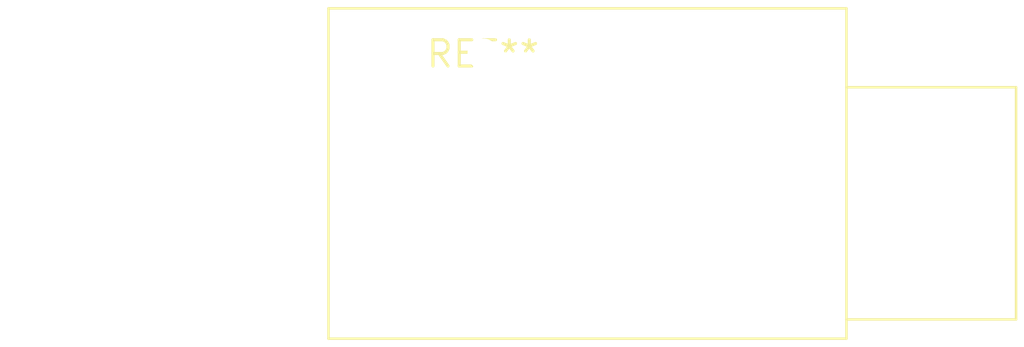
<source format=kicad_pcb>
(kicad_pcb (version 20240108) (generator pcbnew)
  (layers (0 "F.Cu" signal) (31 "B.Cu" signal) (34 "B.Paste" user) (35 "F.Paste" user) (36 "B.SilkS" user "B.Silkscreen") (37 "F.SilkS" user "F.Silkscreen") (38 "B.Mask" user) (39 "F.Mask" user) (44 "Edge.Cuts" user))
  (net 0 "")
  (footprint "Jack_6.35mm_Neutrik_NRJ6HM-1-AU_Horizontal" (layer "F.Cu") (at 0 0)
    (property "Reference" "REF**")
    (property "Value" "Jack_6.35mm_Neutrik_NRJ6HM-1-AU_Horizontal")
    (fp_line (start -7.47 -2.21) (end 17.57 -2.21) (layer "F.SilkS") (stroke (width 0.12)))
    (fp_line (start -7.47 13.78) (end -7.47 -2.21) (layer "F.SilkS") (stroke (width 0.12)))
    (fp_line (start -7.47 13.78) (end 17.57 13.78) (layer "F.SilkS") (stroke (width 0.12)))
    (fp_line (start 17.57 -2.21) (end 17.57 13.78) (layer "F.SilkS") (stroke (width 0.12)))
    (fp_line (start 25.77 1.61) (end 17.57 1.61) (layer "F.SilkS") (stroke (width 0.12)))
    (fp_line (start 25.77 12.85) (end 17.57 12.85) (layer "F.SilkS") (stroke (width 0.12)))
    (fp_line (start 25.77 12.85) (end 25.77 1.61) (layer "F.SilkS") (stroke (width 0.12)))
    (pad "R" thru_hole circle (at 6.35 0) (size 3 3) (drill 1.5) (layers *.Cu *.Mask) (remove_unused_layers))
    (pad "RN" thru_hole circle (at 6.35 11.43) (size 3 3) (drill 1.5) (layers *.Cu *.Mask) (remove_unused_layers))
    (pad "S" thru_hole circle (at 12.7 0) (size 3 3) (drill 1.5) (layers *.Cu *.Mask) (remove_unused_layers))
    (pad "SN" thru_hole circle (at 12.7 11.43) (size 3 3) (drill 1.5) (layers *.Cu *.Mask) (remove_unused_layers))
    (pad "T" thru_hole circle (at 0 0) (size 3 3) (drill 1.5) (layers *.Cu *.Mask) (remove_unused_layers))
    (pad "TN" thru_hole circle (at 0 11.43) (size 3 3) (drill 1.5) (layers *.Cu *.Mask) (remove_unused_layers))
  )
)
</source>
